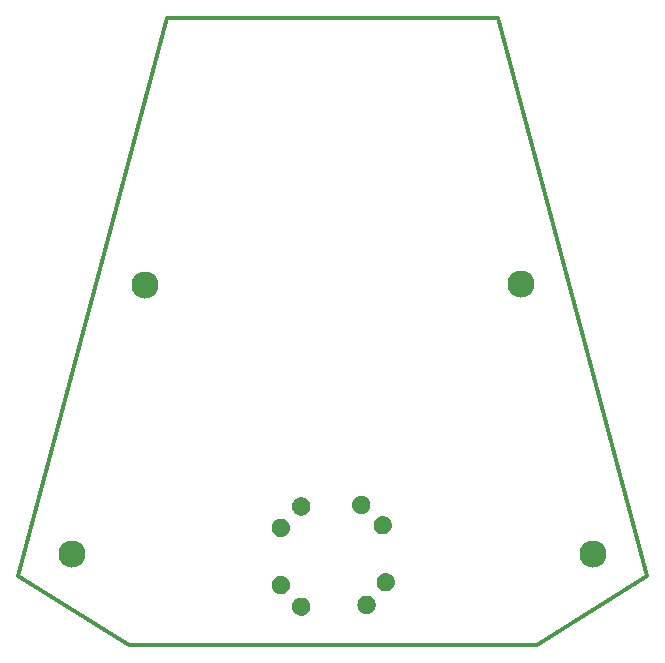
<source format=gbr>
%TF.GenerationSoftware,KiCad,Pcbnew,(6.0.6)*%
%TF.CreationDate,2022-07-10T10:04:06+09:00*%
%TF.ProjectId,nowt_promicro_plate_C,6e6f7774-5f70-4726-9f6d-6963726f5f70,rev?*%
%TF.SameCoordinates,Original*%
%TF.FileFunction,Soldermask,Top*%
%TF.FilePolarity,Negative*%
%FSLAX46Y46*%
G04 Gerber Fmt 4.6, Leading zero omitted, Abs format (unit mm)*
G04 Created by KiCad (PCBNEW (6.0.6)) date 2022-07-10 10:04:06*
%MOMM*%
%LPD*%
G01*
G04 APERTURE LIST*
%TA.AperFunction,Profile*%
%ADD10C,0.349999*%
%TD*%
%ADD11C,1.200000*%
%ADD12C,2.300000*%
G04 APERTURE END LIST*
D10*
X46110529Y-61985703D02*
X46110529Y-61985703D01*
X46110529Y-61985703D02*
X46110529Y-61985703D01*
X46109748Y-62016579D02*
X46110529Y-61985703D01*
X46107431Y-62047049D02*
X46109748Y-62016579D01*
X46103616Y-62077076D02*
X46107431Y-62047049D01*
X46098339Y-62106623D02*
X46103616Y-62077076D01*
X46091639Y-62135651D02*
X46098339Y-62106623D01*
X46083554Y-62164123D02*
X46091639Y-62135651D01*
X46074121Y-62192002D02*
X46083554Y-62164123D01*
X46063378Y-62219249D02*
X46074121Y-62192002D01*
X46051363Y-62245826D02*
X46063378Y-62219249D01*
X46038113Y-62271697D02*
X46051363Y-62245826D01*
X46023665Y-62296823D02*
X46038113Y-62271697D01*
X46008059Y-62321167D02*
X46023665Y-62296823D01*
X45991331Y-62344691D02*
X46008059Y-62321167D01*
X45973519Y-62367357D02*
X45991331Y-62344691D01*
X45954661Y-62389128D02*
X45973519Y-62367357D01*
X45934794Y-62409965D02*
X45954661Y-62389128D01*
X45913956Y-62429832D02*
X45934794Y-62409965D01*
X45892186Y-62448690D02*
X45913956Y-62429832D01*
X45869520Y-62466502D02*
X45892186Y-62448690D01*
X45845996Y-62483231D02*
X45869520Y-62466502D01*
X45821652Y-62498837D02*
X45845996Y-62483231D01*
X45796526Y-62513285D02*
X45821652Y-62498837D01*
X45770655Y-62526535D02*
X45796526Y-62513285D01*
X45744077Y-62538550D02*
X45770655Y-62526535D01*
X45716831Y-62549294D02*
X45744077Y-62538550D01*
X45688952Y-62558727D02*
X45716831Y-62549294D01*
X45660480Y-62566812D02*
X45688952Y-62558727D01*
X45631451Y-62573512D02*
X45660480Y-62566812D01*
X45601905Y-62578788D02*
X45631451Y-62573512D01*
X45571877Y-62582604D02*
X45601905Y-62578788D01*
X45541406Y-62584921D02*
X45571877Y-62582604D01*
X45510530Y-62585702D02*
X45541406Y-62584921D01*
X45510530Y-62585702D02*
X45510530Y-62585702D01*
X45479654Y-62584921D02*
X45510530Y-62585702D01*
X45449184Y-62582604D02*
X45479654Y-62584921D01*
X45419156Y-62578788D02*
X45449184Y-62582604D01*
X45389609Y-62573512D02*
X45419156Y-62578788D01*
X45360581Y-62566812D02*
X45389609Y-62573512D01*
X45332109Y-62558727D02*
X45360581Y-62566812D01*
X45304230Y-62549294D02*
X45332109Y-62558727D01*
X45276983Y-62538550D02*
X45304230Y-62549294D01*
X45250406Y-62526535D02*
X45276983Y-62538550D01*
X45224535Y-62513285D02*
X45250406Y-62526535D01*
X45199409Y-62498837D02*
X45224535Y-62513285D01*
X45175065Y-62483231D02*
X45199409Y-62498837D01*
X45151541Y-62466502D02*
X45175065Y-62483231D01*
X45128875Y-62448690D02*
X45151541Y-62466502D01*
X45107104Y-62429832D02*
X45128875Y-62448690D01*
X45086267Y-62409965D02*
X45107104Y-62429832D01*
X45066400Y-62389128D02*
X45086267Y-62409965D01*
X45047542Y-62367357D02*
X45066400Y-62389128D01*
X45029730Y-62344691D02*
X45047542Y-62367357D01*
X45013002Y-62321167D02*
X45029730Y-62344691D01*
X44997395Y-62296823D02*
X45013002Y-62321167D01*
X44982948Y-62271697D02*
X44997395Y-62296823D01*
X44969698Y-62245826D02*
X44982948Y-62271697D01*
X44957683Y-62219249D02*
X44969698Y-62245826D01*
X44946940Y-62192002D02*
X44957683Y-62219249D01*
X44937507Y-62164123D02*
X44946940Y-62192002D01*
X44929421Y-62135651D02*
X44937507Y-62164123D01*
X44922722Y-62106623D02*
X44929421Y-62135651D01*
X44917445Y-62077076D02*
X44922722Y-62106623D01*
X44913630Y-62047049D02*
X44917445Y-62077076D01*
X44911313Y-62016579D02*
X44913630Y-62047049D01*
X44910532Y-61985703D02*
X44911313Y-62016579D01*
X44910532Y-61985703D02*
X44910532Y-61985703D01*
X44911313Y-61954828D02*
X44910532Y-61985703D01*
X44913630Y-61924357D02*
X44911313Y-61954828D01*
X44917445Y-61894330D02*
X44913630Y-61924357D01*
X44922722Y-61864783D02*
X44917445Y-61894330D01*
X44929421Y-61835755D02*
X44922722Y-61864783D01*
X44937507Y-61807283D02*
X44929421Y-61835755D01*
X44946940Y-61779405D02*
X44937507Y-61807283D01*
X44957683Y-61752158D02*
X44946940Y-61779405D01*
X44969698Y-61725580D02*
X44957683Y-61752158D01*
X44982948Y-61699709D02*
X44969698Y-61725580D01*
X44997395Y-61674583D02*
X44982948Y-61699709D01*
X45013002Y-61650239D02*
X44997395Y-61674583D01*
X45029730Y-61626716D02*
X45013002Y-61650239D01*
X45047542Y-61604049D02*
X45029730Y-61626716D01*
X45066400Y-61582279D02*
X45047542Y-61604049D01*
X45086267Y-61561441D02*
X45066400Y-61582279D01*
X45107104Y-61541574D02*
X45086267Y-61561441D01*
X45128875Y-61522716D02*
X45107104Y-61541574D01*
X45151541Y-61504904D02*
X45128875Y-61522716D01*
X45175065Y-61488176D02*
X45151541Y-61504904D01*
X45199409Y-61472569D02*
X45175065Y-61488176D01*
X45224535Y-61458122D02*
X45199409Y-61472569D01*
X45250406Y-61444871D02*
X45224535Y-61458122D01*
X45276983Y-61432856D02*
X45250406Y-61444871D01*
X45304230Y-61422113D02*
X45276983Y-61432856D01*
X45332109Y-61412680D02*
X45304230Y-61422113D01*
X45360581Y-61404594D02*
X45332109Y-61412680D01*
X45389609Y-61397895D02*
X45360581Y-61404594D01*
X45419156Y-61392618D02*
X45389609Y-61397895D01*
X45449184Y-61388802D02*
X45419156Y-61392618D01*
X45479654Y-61386485D02*
X45449184Y-61388802D01*
X45510530Y-61385705D02*
X45479654Y-61386485D01*
X45510530Y-61385705D02*
X45510530Y-61385705D01*
X45541406Y-61386485D02*
X45510530Y-61385705D01*
X45571877Y-61388802D02*
X45541406Y-61386485D01*
X45601905Y-61392618D02*
X45571877Y-61388802D01*
X45631451Y-61397895D02*
X45601905Y-61392618D01*
X45660480Y-61404594D02*
X45631451Y-61397895D01*
X45688952Y-61412680D02*
X45660480Y-61404594D01*
X45716831Y-61422113D02*
X45688952Y-61412680D01*
X45744077Y-61432856D02*
X45716831Y-61422113D01*
X45770655Y-61444871D02*
X45744077Y-61432856D01*
X45796526Y-61458122D02*
X45770655Y-61444871D01*
X45821652Y-61472569D02*
X45796526Y-61458122D01*
X45845996Y-61488176D02*
X45821652Y-61472569D01*
X45869520Y-61504904D02*
X45845996Y-61488176D01*
X45892186Y-61522716D02*
X45869520Y-61504904D01*
X45913956Y-61541574D02*
X45892186Y-61522716D01*
X45934794Y-61561441D02*
X45913956Y-61541574D01*
X45954661Y-61582279D02*
X45934794Y-61561441D01*
X45973519Y-61604049D02*
X45954661Y-61582279D01*
X45991331Y-61626716D02*
X45973519Y-61604049D01*
X46008059Y-61650239D02*
X45991331Y-61626716D01*
X46023665Y-61674583D02*
X46008059Y-61650239D01*
X46038113Y-61699709D02*
X46023665Y-61674583D01*
X46051363Y-61725580D02*
X46038113Y-61699709D01*
X46063378Y-61752158D02*
X46051363Y-61725580D01*
X46074121Y-61779405D02*
X46063378Y-61752158D01*
X46083554Y-61807283D02*
X46074121Y-61779405D01*
X46091639Y-61835755D02*
X46083554Y-61807283D01*
X46098339Y-61864783D02*
X46091639Y-61835755D01*
X46103616Y-61894330D02*
X46098339Y-61864783D01*
X46107431Y-61924357D02*
X46103616Y-61894330D01*
X46109748Y-61954828D02*
X46107431Y-61924357D01*
X46110529Y-61985703D02*
X46109748Y-61954828D01*
X44042898Y-55428986D02*
X44042898Y-55428986D01*
X44042898Y-55428986D02*
X44042898Y-55428986D01*
X44042117Y-55459862D02*
X44042898Y-55428986D01*
X44039800Y-55490332D02*
X44042117Y-55459862D01*
X44035985Y-55520359D02*
X44039800Y-55490332D01*
X44030708Y-55549906D02*
X44035985Y-55520359D01*
X44024009Y-55578934D02*
X44030708Y-55549906D01*
X44015923Y-55607406D02*
X44024009Y-55578934D01*
X44006491Y-55635285D02*
X44015923Y-55607406D01*
X43995747Y-55662532D02*
X44006491Y-55635285D01*
X43983732Y-55689109D02*
X43995747Y-55662532D01*
X43970482Y-55714980D02*
X43983732Y-55689109D01*
X43956035Y-55740106D02*
X43970482Y-55714980D01*
X43940428Y-55764450D02*
X43956035Y-55740106D01*
X43923700Y-55787974D02*
X43940428Y-55764450D01*
X43905888Y-55810640D02*
X43923700Y-55787974D01*
X43887030Y-55832411D02*
X43905888Y-55810640D01*
X43867163Y-55853248D02*
X43887030Y-55832411D01*
X43846326Y-55873115D02*
X43867163Y-55853248D01*
X43824555Y-55891973D02*
X43846326Y-55873115D01*
X43801889Y-55909786D02*
X43824555Y-55891973D01*
X43778365Y-55926514D02*
X43801889Y-55909786D01*
X43754021Y-55942120D02*
X43778365Y-55926514D01*
X43728895Y-55956568D02*
X43754021Y-55942120D01*
X43703024Y-55969818D02*
X43728895Y-55956568D01*
X43676447Y-55981833D02*
X43703024Y-55969818D01*
X43649200Y-55992577D02*
X43676447Y-55981833D01*
X43621321Y-56002010D02*
X43649200Y-55992577D01*
X43592849Y-56010095D02*
X43621321Y-56002010D01*
X43563821Y-56016795D02*
X43592849Y-56010095D01*
X43534274Y-56022071D02*
X43563821Y-56016795D01*
X43504246Y-56025887D02*
X43534274Y-56022071D01*
X43473776Y-56028204D02*
X43504246Y-56025887D01*
X43442900Y-56028985D02*
X43473776Y-56028204D01*
X43442900Y-56028985D02*
X43442900Y-56028985D01*
X43412024Y-56028204D02*
X43442900Y-56028985D01*
X43381553Y-56025887D02*
X43412024Y-56028204D01*
X43351525Y-56022071D02*
X43381553Y-56025887D01*
X43321979Y-56016795D02*
X43351525Y-56022071D01*
X43292950Y-56010095D02*
X43321979Y-56016795D01*
X43264478Y-56002010D02*
X43292950Y-56010095D01*
X43236599Y-55992577D02*
X43264478Y-56002010D01*
X43209352Y-55981833D02*
X43236599Y-55992577D01*
X43182775Y-55969818D02*
X43209352Y-55981833D01*
X43156904Y-55956568D02*
X43182775Y-55969818D01*
X43131778Y-55942120D02*
X43156904Y-55956568D01*
X43107434Y-55926514D02*
X43131778Y-55942120D01*
X43083910Y-55909786D02*
X43107434Y-55926514D01*
X43061244Y-55891973D02*
X43083910Y-55909786D01*
X43039473Y-55873115D02*
X43061244Y-55891973D01*
X43018635Y-55853248D02*
X43039473Y-55873115D01*
X42998768Y-55832411D02*
X43018635Y-55853248D01*
X42979910Y-55810640D02*
X42998768Y-55832411D01*
X42962098Y-55787974D02*
X42979910Y-55810640D01*
X42945370Y-55764450D02*
X42962098Y-55787974D01*
X42929763Y-55740106D02*
X42945370Y-55764450D01*
X42915316Y-55714980D02*
X42929763Y-55740106D01*
X42902066Y-55689109D02*
X42915316Y-55714980D01*
X42890050Y-55662532D02*
X42902066Y-55689109D01*
X42879307Y-55635285D02*
X42890050Y-55662532D01*
X42869874Y-55607406D02*
X42879307Y-55635285D01*
X42861789Y-55578934D02*
X42869874Y-55607406D01*
X42855089Y-55549906D02*
X42861789Y-55578934D01*
X42849813Y-55520359D02*
X42855089Y-55549906D01*
X42845997Y-55490332D02*
X42849813Y-55520359D01*
X42843680Y-55459862D02*
X42845997Y-55490332D01*
X42842899Y-55428986D02*
X42843680Y-55459862D01*
X42842899Y-55428986D02*
X42842899Y-55428986D01*
X42843680Y-55398111D02*
X42842899Y-55428986D01*
X42845997Y-55367640D02*
X42843680Y-55398111D01*
X42849813Y-55337613D02*
X42845997Y-55367640D01*
X42855089Y-55308066D02*
X42849813Y-55337613D01*
X42861789Y-55279038D02*
X42855089Y-55308066D01*
X42869874Y-55250566D02*
X42861789Y-55279038D01*
X42879307Y-55222688D02*
X42869874Y-55250566D01*
X42890050Y-55195441D02*
X42879307Y-55222688D01*
X42902066Y-55168863D02*
X42890050Y-55195441D01*
X42915316Y-55142992D02*
X42902066Y-55168863D01*
X42929763Y-55117866D02*
X42915316Y-55142992D01*
X42945370Y-55093522D02*
X42929763Y-55117866D01*
X42962098Y-55069999D02*
X42945370Y-55093522D01*
X42979910Y-55047333D02*
X42962098Y-55069999D01*
X42998768Y-55025562D02*
X42979910Y-55047333D01*
X43018635Y-55004724D02*
X42998768Y-55025562D01*
X43039473Y-54984857D02*
X43018635Y-55004724D01*
X43061244Y-54965999D02*
X43039473Y-54984857D01*
X43083910Y-54948187D02*
X43061244Y-54965999D01*
X43107434Y-54931459D02*
X43083910Y-54948187D01*
X43131778Y-54915852D02*
X43107434Y-54931459D01*
X43156904Y-54901405D02*
X43131778Y-54915852D01*
X43182775Y-54888155D02*
X43156904Y-54901405D01*
X43209352Y-54876139D02*
X43182775Y-54888155D01*
X43236599Y-54865396D02*
X43209352Y-54876139D01*
X43264478Y-54855963D02*
X43236599Y-54865396D01*
X43292950Y-54847877D02*
X43264478Y-54855963D01*
X43321979Y-54841178D02*
X43292950Y-54847877D01*
X43351525Y-54835901D02*
X43321979Y-54841178D01*
X43381553Y-54832085D02*
X43351525Y-54835901D01*
X43412024Y-54829768D02*
X43381553Y-54832085D01*
X43442900Y-54828988D02*
X43412024Y-54829768D01*
X43442900Y-54828988D02*
X43442900Y-54828988D01*
X43473776Y-54829768D02*
X43442900Y-54828988D01*
X43504246Y-54832085D02*
X43473776Y-54829768D01*
X43534274Y-54835901D02*
X43504246Y-54832085D01*
X43563821Y-54841178D02*
X43534274Y-54835901D01*
X43592849Y-54847877D02*
X43563821Y-54841178D01*
X43621321Y-54855963D02*
X43592849Y-54847877D01*
X43649200Y-54865396D02*
X43621321Y-54855963D01*
X43676447Y-54876139D02*
X43649200Y-54865396D01*
X43703024Y-54888155D02*
X43676447Y-54876139D01*
X43728895Y-54901405D02*
X43703024Y-54888155D01*
X43754021Y-54915852D02*
X43728895Y-54901405D01*
X43778365Y-54931459D02*
X43754021Y-54915852D01*
X43801889Y-54948187D02*
X43778365Y-54931459D01*
X43824555Y-54965999D02*
X43801889Y-54948187D01*
X43846326Y-54984857D02*
X43824555Y-54965999D01*
X43867163Y-55004724D02*
X43846326Y-54984857D01*
X43887030Y-55025562D02*
X43867163Y-55004724D01*
X43905888Y-55047333D02*
X43887030Y-55025562D01*
X43923700Y-55069999D02*
X43905888Y-55047333D01*
X43940428Y-55093522D02*
X43923700Y-55069999D01*
X43956035Y-55117866D02*
X43940428Y-55093522D01*
X43970482Y-55142992D02*
X43956035Y-55117866D01*
X43983732Y-55168863D02*
X43970482Y-55142992D01*
X43995747Y-55195441D02*
X43983732Y-55168863D01*
X44006491Y-55222688D02*
X43995747Y-55195441D01*
X44015923Y-55250566D02*
X44006491Y-55222688D01*
X44024009Y-55279038D02*
X44015923Y-55250566D01*
X44030708Y-55308066D02*
X44024009Y-55279038D01*
X44035985Y-55337613D02*
X44030708Y-55308066D01*
X44039800Y-55367640D02*
X44035985Y-55337613D01*
X44042117Y-55398111D02*
X44039800Y-55367640D01*
X44042898Y-55428986D02*
X44042117Y-55398111D01*
X44489979Y-63889329D02*
X44489979Y-63889329D01*
X44489979Y-63889329D02*
X44489979Y-63889329D01*
X44489198Y-63920204D02*
X44489979Y-63889329D01*
X44486881Y-63950675D02*
X44489198Y-63920204D01*
X44483065Y-63980702D02*
X44486881Y-63950675D01*
X44477789Y-64010249D02*
X44483065Y-63980702D01*
X44471089Y-64039277D02*
X44477789Y-64010249D01*
X44463004Y-64067749D02*
X44471089Y-64039277D01*
X44453571Y-64095627D02*
X44463004Y-64067749D01*
X44442828Y-64122874D02*
X44453571Y-64095627D01*
X44430812Y-64149452D02*
X44442828Y-64122874D01*
X44417562Y-64175322D02*
X44430812Y-64149452D01*
X44403115Y-64200449D02*
X44417562Y-64175322D01*
X44387508Y-64224792D02*
X44403115Y-64200449D01*
X44370780Y-64248316D02*
X44387508Y-64224792D01*
X44352968Y-64270982D02*
X44370780Y-64248316D01*
X44334110Y-64292753D02*
X44352968Y-64270982D01*
X44314243Y-64313591D02*
X44334110Y-64292753D01*
X44293405Y-64333457D02*
X44314243Y-64313591D01*
X44271634Y-64352316D02*
X44293405Y-64333457D01*
X44248968Y-64370128D02*
X44271634Y-64352316D01*
X44225444Y-64386856D02*
X44248968Y-64370128D01*
X44201100Y-64402463D02*
X44225444Y-64386856D01*
X44175974Y-64416910D02*
X44201100Y-64402463D01*
X44150103Y-64430160D02*
X44175974Y-64416910D01*
X44123526Y-64442176D02*
X44150103Y-64430160D01*
X44096279Y-64452919D02*
X44123526Y-64442176D01*
X44068400Y-64462352D02*
X44096279Y-64452919D01*
X44039928Y-64470437D02*
X44068400Y-64462352D01*
X44010899Y-64477137D02*
X44039928Y-64470437D01*
X43981353Y-64482414D02*
X44010899Y-64477137D01*
X43951325Y-64486229D02*
X43981353Y-64482414D01*
X43920854Y-64488546D02*
X43951325Y-64486229D01*
X43889978Y-64489327D02*
X43920854Y-64488546D01*
X43889978Y-64489327D02*
X43889978Y-64489327D01*
X43859102Y-64488546D02*
X43889978Y-64489327D01*
X43828632Y-64486229D02*
X43859102Y-64488546D01*
X43798604Y-64482414D02*
X43828632Y-64486229D01*
X43769057Y-64477137D02*
X43798604Y-64482414D01*
X43740029Y-64470437D02*
X43769057Y-64477137D01*
X43711557Y-64462352D02*
X43740029Y-64470437D01*
X43683678Y-64452919D02*
X43711557Y-64462352D01*
X43656431Y-64442176D02*
X43683678Y-64452919D01*
X43629853Y-64430160D02*
X43656431Y-64442176D01*
X43603982Y-64416910D02*
X43629853Y-64430160D01*
X43578856Y-64402463D02*
X43603982Y-64416910D01*
X43554512Y-64386856D02*
X43578856Y-64402463D01*
X43530988Y-64370128D02*
X43554512Y-64386856D01*
X43508322Y-64352316D02*
X43530988Y-64370128D01*
X43486552Y-64333457D02*
X43508322Y-64352316D01*
X43465714Y-64313591D02*
X43486552Y-64333457D01*
X43445847Y-64292753D02*
X43465714Y-64313591D01*
X43426989Y-64270982D02*
X43445847Y-64292753D01*
X43409177Y-64248316D02*
X43426989Y-64270982D01*
X43392449Y-64224792D02*
X43409177Y-64248316D01*
X43376842Y-64200449D02*
X43392449Y-64224792D01*
X43362395Y-64175322D02*
X43376842Y-64200449D01*
X43349144Y-64149452D02*
X43362395Y-64175322D01*
X43337129Y-64122874D02*
X43349144Y-64149452D01*
X43326386Y-64095627D02*
X43337129Y-64122874D01*
X43316953Y-64067749D02*
X43326386Y-64095627D01*
X43308868Y-64039277D02*
X43316953Y-64067749D01*
X43302168Y-64010249D02*
X43308868Y-64039277D01*
X43296891Y-63980702D02*
X43302168Y-64010249D01*
X43293076Y-63950675D02*
X43296891Y-63980702D01*
X43290759Y-63920204D02*
X43293076Y-63950675D01*
X43289978Y-63889329D02*
X43290759Y-63920204D01*
X43289978Y-63889329D02*
X43289978Y-63889329D01*
X43290759Y-63858453D02*
X43289978Y-63889329D01*
X43293076Y-63827983D02*
X43290759Y-63858453D01*
X43296891Y-63797955D02*
X43293076Y-63827983D01*
X43302168Y-63768409D02*
X43296891Y-63797955D01*
X43308868Y-63739380D02*
X43302168Y-63768409D01*
X43316953Y-63710908D02*
X43308868Y-63739380D01*
X43326386Y-63683030D02*
X43316953Y-63710908D01*
X43337129Y-63655783D02*
X43326386Y-63683030D01*
X43349144Y-63629206D02*
X43337129Y-63655783D01*
X43362395Y-63603335D02*
X43349144Y-63629206D01*
X43376842Y-63578209D02*
X43362395Y-63603335D01*
X43392449Y-63553865D02*
X43376842Y-63578209D01*
X43409177Y-63530341D02*
X43392449Y-63553865D01*
X43426989Y-63507675D02*
X43409177Y-63530341D01*
X43445847Y-63485904D02*
X43426989Y-63507675D01*
X43465714Y-63465067D02*
X43445847Y-63485904D01*
X43486552Y-63445200D02*
X43465714Y-63465067D01*
X43508322Y-63426341D02*
X43486552Y-63445200D01*
X43530988Y-63408529D02*
X43508322Y-63426341D01*
X43554512Y-63391801D02*
X43530988Y-63408529D01*
X43578856Y-63376195D02*
X43554512Y-63391801D01*
X43603982Y-63361747D02*
X43578856Y-63376195D01*
X43629853Y-63348497D02*
X43603982Y-63361747D01*
X43656431Y-63336481D02*
X43629853Y-63348497D01*
X43683678Y-63325738D02*
X43656431Y-63336481D01*
X43711557Y-63316305D02*
X43683678Y-63325738D01*
X43740029Y-63308220D02*
X43711557Y-63316305D01*
X43769057Y-63301520D02*
X43740029Y-63308220D01*
X43798604Y-63296244D02*
X43769057Y-63301520D01*
X43828632Y-63292428D02*
X43798604Y-63296244D01*
X43859102Y-63290111D02*
X43828632Y-63292428D01*
X43889978Y-63289330D02*
X43859102Y-63290111D01*
X43889978Y-63289330D02*
X43889978Y-63289330D01*
X43920854Y-63290111D02*
X43889978Y-63289330D01*
X43951325Y-63292428D02*
X43920854Y-63290111D01*
X43981353Y-63296244D02*
X43951325Y-63292428D01*
X44010899Y-63301520D02*
X43981353Y-63296244D01*
X44039928Y-63308220D02*
X44010899Y-63301520D01*
X44068400Y-63316305D02*
X44039928Y-63308220D01*
X44096279Y-63325738D02*
X44068400Y-63316305D01*
X44123526Y-63336481D02*
X44096279Y-63325738D01*
X44150103Y-63348497D02*
X44123526Y-63336481D01*
X44175974Y-63361747D02*
X44150103Y-63348497D01*
X44201100Y-63376195D02*
X44175974Y-63361747D01*
X44225444Y-63391801D02*
X44201100Y-63376195D01*
X44248968Y-63408529D02*
X44225444Y-63391801D01*
X44271634Y-63426341D02*
X44248968Y-63408529D01*
X44293405Y-63445200D02*
X44271634Y-63426341D01*
X44314243Y-63465067D02*
X44293405Y-63445200D01*
X44334110Y-63485904D02*
X44314243Y-63465067D01*
X44352968Y-63507675D02*
X44334110Y-63485904D01*
X44370780Y-63530341D02*
X44352968Y-63507675D01*
X44387508Y-63553865D02*
X44370780Y-63530341D01*
X44403115Y-63578209D02*
X44387508Y-63553865D01*
X44417562Y-63603335D02*
X44403115Y-63578209D01*
X44430812Y-63629206D02*
X44417562Y-63603335D01*
X44442828Y-63655783D02*
X44430812Y-63629206D01*
X44453571Y-63683030D02*
X44442828Y-63655783D01*
X44463004Y-63710908D02*
X44453571Y-63683030D01*
X44471089Y-63739380D02*
X44463004Y-63710908D01*
X44477789Y-63768409D02*
X44471089Y-63739380D01*
X44483065Y-63797955D02*
X44477789Y-63768409D01*
X44486881Y-63827983D02*
X44483065Y-63797955D01*
X44489198Y-63858453D02*
X44486881Y-63827983D01*
X44489979Y-63889329D02*
X44489198Y-63858453D01*
X45855059Y-57151215D02*
X45855059Y-57151215D01*
X45855059Y-57151215D02*
X45855059Y-57151215D01*
X45854278Y-57182091D02*
X45855059Y-57151215D01*
X45851961Y-57212561D02*
X45854278Y-57182091D01*
X45848145Y-57242588D02*
X45851961Y-57212561D01*
X45842869Y-57272135D02*
X45848145Y-57242588D01*
X45836169Y-57301163D02*
X45842869Y-57272135D01*
X45828084Y-57329635D02*
X45836169Y-57301163D01*
X45818651Y-57357514D02*
X45828084Y-57329635D01*
X45807907Y-57384761D02*
X45818651Y-57357514D01*
X45795892Y-57411338D02*
X45807907Y-57384761D01*
X45782641Y-57437209D02*
X45795892Y-57411338D01*
X45768194Y-57462335D02*
X45782641Y-57437209D01*
X45752587Y-57486679D02*
X45768194Y-57462335D01*
X45735859Y-57510203D02*
X45752587Y-57486679D01*
X45718047Y-57532869D02*
X45735859Y-57510203D01*
X45699189Y-57554640D02*
X45718047Y-57532869D01*
X45679322Y-57575477D02*
X45699189Y-57554640D01*
X45658484Y-57595344D02*
X45679322Y-57575477D01*
X45636713Y-57614202D02*
X45658484Y-57595344D01*
X45614047Y-57632015D02*
X45636713Y-57614202D01*
X45590523Y-57648743D02*
X45614047Y-57632015D01*
X45566179Y-57664349D02*
X45590523Y-57648743D01*
X45541053Y-57678797D02*
X45566179Y-57664349D01*
X45515182Y-57692047D02*
X45541053Y-57678797D01*
X45488604Y-57704062D02*
X45515182Y-57692047D01*
X45461357Y-57714806D02*
X45488604Y-57704062D01*
X45433478Y-57724239D02*
X45461357Y-57714806D01*
X45405006Y-57732324D02*
X45433478Y-57724239D01*
X45375977Y-57739024D02*
X45405006Y-57732324D01*
X45346431Y-57744300D02*
X45375977Y-57739024D01*
X45316403Y-57748116D02*
X45346431Y-57744300D01*
X45285932Y-57750433D02*
X45316403Y-57748116D01*
X45255056Y-57751214D02*
X45285932Y-57750433D01*
X45255056Y-57751214D02*
X45255056Y-57751214D01*
X45224181Y-57750433D02*
X45255056Y-57751214D01*
X45193710Y-57748116D02*
X45224181Y-57750433D01*
X45163683Y-57744300D02*
X45193710Y-57748116D01*
X45134136Y-57739024D02*
X45163683Y-57744300D01*
X45105108Y-57732324D02*
X45134136Y-57739024D01*
X45076635Y-57724239D02*
X45105108Y-57732324D01*
X45048757Y-57714806D02*
X45076635Y-57724239D01*
X45021510Y-57704062D02*
X45048757Y-57714806D01*
X44994932Y-57692047D02*
X45021510Y-57704062D01*
X44969062Y-57678797D02*
X44994932Y-57692047D01*
X44943936Y-57664349D02*
X44969062Y-57678797D01*
X44919592Y-57648743D02*
X44943936Y-57664349D01*
X44896068Y-57632015D02*
X44919592Y-57648743D01*
X44873402Y-57614202D02*
X44896068Y-57632015D01*
X44851631Y-57595344D02*
X44873402Y-57614202D01*
X44830794Y-57575477D02*
X44851631Y-57595344D01*
X44810927Y-57554640D02*
X44830794Y-57575477D01*
X44792069Y-57532869D02*
X44810927Y-57554640D01*
X44774256Y-57510203D02*
X44792069Y-57532869D01*
X44757528Y-57486679D02*
X44774256Y-57510203D01*
X44741922Y-57462335D02*
X44757528Y-57486679D01*
X44727475Y-57437209D02*
X44741922Y-57462335D01*
X44714224Y-57411338D02*
X44727475Y-57437209D01*
X44702209Y-57384761D02*
X44714224Y-57411338D01*
X44691466Y-57357514D02*
X44702209Y-57384761D01*
X44682033Y-57329635D02*
X44691466Y-57357514D01*
X44673947Y-57301163D02*
X44682033Y-57329635D01*
X44667248Y-57272135D02*
X44673947Y-57301163D01*
X44661971Y-57242588D02*
X44667248Y-57272135D01*
X44658156Y-57212561D02*
X44661971Y-57242588D01*
X44655839Y-57182091D02*
X44658156Y-57212561D01*
X44655058Y-57151215D02*
X44655839Y-57182091D01*
X44655058Y-57151215D02*
X44655058Y-57151215D01*
X44655839Y-57120340D02*
X44655058Y-57151215D01*
X44658156Y-57089869D02*
X44655839Y-57120340D01*
X44661971Y-57059842D02*
X44658156Y-57089869D01*
X44667248Y-57030295D02*
X44661971Y-57059842D01*
X44673947Y-57001267D02*
X44667248Y-57030295D01*
X44682033Y-56972795D02*
X44673947Y-57001267D01*
X44691466Y-56944917D02*
X44682033Y-56972795D01*
X44702209Y-56917670D02*
X44691466Y-56944917D01*
X44714224Y-56891092D02*
X44702209Y-56917670D01*
X44727475Y-56865221D02*
X44714224Y-56891092D01*
X44741922Y-56840095D02*
X44727475Y-56865221D01*
X44757528Y-56815751D02*
X44741922Y-56840095D01*
X44774256Y-56792228D02*
X44757528Y-56815751D01*
X44792069Y-56769562D02*
X44774256Y-56792228D01*
X44810927Y-56747791D02*
X44792069Y-56769562D01*
X44830794Y-56726953D02*
X44810927Y-56747791D01*
X44851631Y-56707086D02*
X44830794Y-56726953D01*
X44873402Y-56688228D02*
X44851631Y-56707086D01*
X44896068Y-56670416D02*
X44873402Y-56688228D01*
X44919592Y-56653688D02*
X44896068Y-56670416D01*
X44943936Y-56638081D02*
X44919592Y-56653688D01*
X44969062Y-56623634D02*
X44943936Y-56638081D01*
X44994932Y-56610384D02*
X44969062Y-56623634D01*
X45021510Y-56598368D02*
X44994932Y-56610384D01*
X45048757Y-56587625D02*
X45021510Y-56598368D01*
X45076635Y-56578192D02*
X45048757Y-56587625D01*
X45105108Y-56570106D02*
X45076635Y-56578192D01*
X45134136Y-56563407D02*
X45105108Y-56570106D01*
X45163683Y-56558130D02*
X45134136Y-56563407D01*
X45193710Y-56554315D02*
X45163683Y-56558130D01*
X45224181Y-56551997D02*
X45193710Y-56554315D01*
X45255056Y-56551217D02*
X45224181Y-56551997D01*
X45255056Y-56551217D02*
X45255056Y-56551217D01*
X45285932Y-56551997D02*
X45255056Y-56551217D01*
X45316403Y-56554315D02*
X45285932Y-56551997D01*
X45346431Y-56558130D02*
X45316403Y-56554315D01*
X45375977Y-56563407D02*
X45346431Y-56558130D01*
X45405006Y-56570106D02*
X45375977Y-56563407D01*
X45433478Y-56578192D02*
X45405006Y-56570106D01*
X45461357Y-56587625D02*
X45433478Y-56578192D01*
X45488604Y-56598368D02*
X45461357Y-56587625D01*
X45515182Y-56610384D02*
X45488604Y-56598368D01*
X45541053Y-56623634D02*
X45515182Y-56610384D01*
X45566179Y-56638081D02*
X45541053Y-56623634D01*
X45590523Y-56653688D02*
X45566179Y-56638081D01*
X45614047Y-56670416D02*
X45590523Y-56653688D01*
X45636713Y-56688228D02*
X45614047Y-56670416D01*
X45658484Y-56707086D02*
X45636713Y-56688228D01*
X45679322Y-56726953D02*
X45658484Y-56707086D01*
X45699189Y-56747791D02*
X45679322Y-56726953D01*
X45718047Y-56769562D02*
X45699189Y-56747791D01*
X45735859Y-56792228D02*
X45718047Y-56769562D01*
X45752587Y-56815751D02*
X45735859Y-56792228D01*
X45768194Y-56840095D02*
X45752587Y-56815751D01*
X45782641Y-56865221D02*
X45768194Y-56840095D01*
X45795892Y-56891092D02*
X45782641Y-56865221D01*
X45807907Y-56917670D02*
X45795892Y-56891092D01*
X45818651Y-56944917D02*
X45807907Y-56917670D01*
X45828084Y-56972795D02*
X45818651Y-56944917D01*
X45836169Y-57001267D02*
X45828084Y-56972795D01*
X45842869Y-57030295D02*
X45836169Y-57001267D01*
X45848145Y-57059842D02*
X45842869Y-57030295D01*
X45851961Y-57089869D02*
X45848145Y-57059842D01*
X45854278Y-57120340D02*
X45851961Y-57089869D01*
X45855059Y-57151215D02*
X45854278Y-57120340D01*
X38957640Y-64035409D02*
X38957640Y-64035409D01*
X38957640Y-64035409D02*
X38957640Y-64035409D01*
X38956859Y-64066284D02*
X38957640Y-64035409D01*
X38954542Y-64096755D02*
X38956859Y-64066284D01*
X38950726Y-64126782D02*
X38954542Y-64096755D01*
X38945450Y-64156329D02*
X38950726Y-64126782D01*
X38938750Y-64185357D02*
X38945450Y-64156329D01*
X38930665Y-64213829D02*
X38938750Y-64185357D01*
X38921232Y-64241707D02*
X38930665Y-64213829D01*
X38910489Y-64268954D02*
X38921232Y-64241707D01*
X38898473Y-64295532D02*
X38910489Y-64268954D01*
X38885223Y-64321402D02*
X38898473Y-64295532D01*
X38870776Y-64346529D02*
X38885223Y-64321402D01*
X38855169Y-64370872D02*
X38870776Y-64346529D01*
X38838441Y-64394396D02*
X38855169Y-64370872D01*
X38820629Y-64417062D02*
X38838441Y-64394396D01*
X38801771Y-64438833D02*
X38820629Y-64417062D01*
X38781904Y-64459671D02*
X38801771Y-64438833D01*
X38761066Y-64479538D02*
X38781904Y-64459671D01*
X38739295Y-64498396D02*
X38761066Y-64479538D01*
X38716629Y-64516208D02*
X38739295Y-64498396D01*
X38693105Y-64532936D02*
X38716629Y-64516208D01*
X38668761Y-64548543D02*
X38693105Y-64532936D01*
X38643635Y-64562990D02*
X38668761Y-64548543D01*
X38617764Y-64576240D02*
X38643635Y-64562990D01*
X38591187Y-64588256D02*
X38617764Y-64576240D01*
X38563940Y-64598999D02*
X38591187Y-64588256D01*
X38536061Y-64608432D02*
X38563940Y-64598999D01*
X38507589Y-64616517D02*
X38536061Y-64608432D01*
X38478560Y-64623217D02*
X38507589Y-64616517D01*
X38449013Y-64628494D02*
X38478560Y-64623217D01*
X38418986Y-64632309D02*
X38449013Y-64628494D01*
X38388515Y-64634626D02*
X38418986Y-64632309D01*
X38357639Y-64635407D02*
X38388515Y-64634626D01*
X38357639Y-64635407D02*
X38357639Y-64635407D01*
X38326763Y-64634626D02*
X38357639Y-64635407D01*
X38296293Y-64632309D02*
X38326763Y-64634626D01*
X38266266Y-64628494D02*
X38296293Y-64632309D01*
X38236719Y-64623217D02*
X38266266Y-64628494D01*
X38207690Y-64616517D02*
X38236719Y-64623217D01*
X38179218Y-64608432D02*
X38207690Y-64616517D01*
X38151340Y-64598999D02*
X38179218Y-64608432D01*
X38124093Y-64588256D02*
X38151340Y-64598999D01*
X38097515Y-64576240D02*
X38124093Y-64588256D01*
X38071644Y-64562990D02*
X38097515Y-64576240D01*
X38046518Y-64548543D02*
X38071644Y-64562990D01*
X38022174Y-64532936D02*
X38046518Y-64548543D01*
X37998650Y-64516208D02*
X38022174Y-64532936D01*
X37975984Y-64498396D02*
X37998650Y-64516208D01*
X37954213Y-64479538D02*
X37975984Y-64498396D01*
X37933376Y-64459671D02*
X37954213Y-64479538D01*
X37913509Y-64438833D02*
X37933376Y-64459671D01*
X37894650Y-64417062D02*
X37913509Y-64438833D01*
X37876838Y-64394396D02*
X37894650Y-64417062D01*
X37860110Y-64370872D02*
X37876838Y-64394396D01*
X37844503Y-64346529D02*
X37860110Y-64370872D01*
X37830056Y-64321402D02*
X37844503Y-64346529D01*
X37816806Y-64295532D02*
X37830056Y-64321402D01*
X37804790Y-64268954D02*
X37816806Y-64295532D01*
X37794047Y-64241707D02*
X37804790Y-64268954D01*
X37784614Y-64213829D02*
X37794047Y-64241707D01*
X37776529Y-64185357D02*
X37784614Y-64213829D01*
X37769829Y-64156329D02*
X37776529Y-64185357D01*
X37764552Y-64126782D02*
X37769829Y-64156329D01*
X37760737Y-64096755D02*
X37764552Y-64126782D01*
X37758420Y-64066284D02*
X37760737Y-64096755D01*
X37757639Y-64035409D02*
X37758420Y-64066284D01*
X37757639Y-64035409D02*
X37757639Y-64035409D01*
X37758420Y-64004533D02*
X37757639Y-64035409D01*
X37760737Y-63974063D02*
X37758420Y-64004533D01*
X37764552Y-63944035D02*
X37760737Y-63974063D01*
X37769829Y-63914489D02*
X37764552Y-63944035D01*
X37776529Y-63885461D02*
X37769829Y-63914489D01*
X37784614Y-63856988D02*
X37776529Y-63885461D01*
X37794047Y-63829110D02*
X37784614Y-63856988D01*
X37804790Y-63801863D02*
X37794047Y-63829110D01*
X37816806Y-63775286D02*
X37804790Y-63801863D01*
X37830056Y-63749415D02*
X37816806Y-63775286D01*
X37844503Y-63724289D02*
X37830056Y-63749415D01*
X37860110Y-63699945D02*
X37844503Y-63724289D01*
X37876838Y-63676421D02*
X37860110Y-63699945D01*
X37894650Y-63653755D02*
X37876838Y-63676421D01*
X37913509Y-63631984D02*
X37894650Y-63653755D01*
X37933376Y-63611147D02*
X37913509Y-63631984D01*
X37954213Y-63591280D02*
X37933376Y-63611147D01*
X37975984Y-63572421D02*
X37954213Y-63591280D01*
X37998650Y-63554609D02*
X37975984Y-63572421D01*
X38022174Y-63537881D02*
X37998650Y-63554609D01*
X38046518Y-63522275D02*
X38022174Y-63537881D01*
X38071644Y-63507827D02*
X38046518Y-63522275D01*
X38097515Y-63494577D02*
X38071644Y-63507827D01*
X38124093Y-63482561D02*
X38097515Y-63494577D01*
X38151340Y-63471818D02*
X38124093Y-63482561D01*
X38179218Y-63462385D02*
X38151340Y-63471818D01*
X38207690Y-63454300D02*
X38179218Y-63462385D01*
X38236719Y-63447600D02*
X38207690Y-63454300D01*
X38266266Y-63442324D02*
X38236719Y-63447600D01*
X38296293Y-63438508D02*
X38266266Y-63442324D01*
X38326763Y-63436191D02*
X38296293Y-63438508D01*
X38357639Y-63435410D02*
X38326763Y-63436191D01*
X38357639Y-63435410D02*
X38357639Y-63435410D01*
X38388515Y-63436191D02*
X38357639Y-63435410D01*
X38418986Y-63438508D02*
X38388515Y-63436191D01*
X38449013Y-63442324D02*
X38418986Y-63438508D01*
X38478560Y-63447600D02*
X38449013Y-63442324D01*
X38507589Y-63454300D02*
X38478560Y-63447600D01*
X38536061Y-63462385D02*
X38507589Y-63454300D01*
X38563940Y-63471818D02*
X38536061Y-63462385D01*
X38591187Y-63482561D02*
X38563940Y-63471818D01*
X38617764Y-63494577D02*
X38591187Y-63482561D01*
X38643635Y-63507827D02*
X38617764Y-63494577D01*
X38668761Y-63522275D02*
X38643635Y-63507827D01*
X38693105Y-63537881D02*
X38668761Y-63522275D01*
X38716629Y-63554609D02*
X38693105Y-63537881D01*
X38739295Y-63572421D02*
X38716629Y-63554609D01*
X38761066Y-63591280D02*
X38739295Y-63572421D01*
X38781904Y-63611147D02*
X38761066Y-63591280D01*
X38801771Y-63631984D02*
X38781904Y-63611147D01*
X38820629Y-63653755D02*
X38801771Y-63631984D01*
X38838441Y-63676421D02*
X38820629Y-63653755D01*
X38855169Y-63699945D02*
X38838441Y-63676421D01*
X38870776Y-63724289D02*
X38855169Y-63699945D01*
X38885223Y-63749415D02*
X38870776Y-63724289D01*
X38898473Y-63775286D02*
X38885223Y-63749415D01*
X38910489Y-63801863D02*
X38898473Y-63775286D01*
X38921232Y-63829110D02*
X38910489Y-63801863D01*
X38930665Y-63856988D02*
X38921232Y-63829110D01*
X38938750Y-63885461D02*
X38930665Y-63856988D01*
X38945450Y-63914489D02*
X38938750Y-63885461D01*
X38950726Y-63944035D02*
X38945450Y-63914489D01*
X38954542Y-63974063D02*
X38950726Y-63944035D01*
X38956859Y-64004533D02*
X38954542Y-63974063D01*
X38957640Y-64035409D02*
X38956859Y-64004533D01*
X37238890Y-62219948D02*
X37238890Y-62219948D01*
X37238890Y-62219948D02*
X37238890Y-62219948D01*
X37238109Y-62250824D02*
X37238890Y-62219948D01*
X37235792Y-62281294D02*
X37238109Y-62250824D01*
X37231976Y-62311322D02*
X37235792Y-62281294D01*
X37226700Y-62340868D02*
X37231976Y-62311322D01*
X37220000Y-62369897D02*
X37226700Y-62340868D01*
X37211915Y-62398369D02*
X37220000Y-62369897D01*
X37202482Y-62426247D02*
X37211915Y-62398369D01*
X37191739Y-62453494D02*
X37202482Y-62426247D01*
X37179723Y-62480071D02*
X37191739Y-62453494D01*
X37166473Y-62505942D02*
X37179723Y-62480071D01*
X37152026Y-62531068D02*
X37166473Y-62505942D01*
X37136419Y-62555412D02*
X37152026Y-62531068D01*
X37119691Y-62578936D02*
X37136419Y-62555412D01*
X37101879Y-62601602D02*
X37119691Y-62578936D01*
X37083021Y-62623373D02*
X37101879Y-62601602D01*
X37063154Y-62644210D02*
X37083021Y-62623373D01*
X37042316Y-62664077D02*
X37063154Y-62644210D01*
X37020545Y-62682936D02*
X37042316Y-62664077D01*
X36997879Y-62700748D02*
X37020545Y-62682936D01*
X36974355Y-62717476D02*
X36997879Y-62700748D01*
X36950011Y-62733083D02*
X36974355Y-62717476D01*
X36924885Y-62747530D02*
X36950011Y-62733083D01*
X36899014Y-62760780D02*
X36924885Y-62747530D01*
X36872437Y-62772796D02*
X36899014Y-62760780D01*
X36845190Y-62783539D02*
X36872437Y-62772796D01*
X36817311Y-62792972D02*
X36845190Y-62783539D01*
X36788839Y-62801057D02*
X36817311Y-62792972D01*
X36759810Y-62807757D02*
X36788839Y-62801057D01*
X36730263Y-62813034D02*
X36759810Y-62807757D01*
X36700236Y-62816849D02*
X36730263Y-62813034D01*
X36669765Y-62819166D02*
X36700236Y-62816849D01*
X36638889Y-62819947D02*
X36669765Y-62819166D01*
X36638889Y-62819947D02*
X36638889Y-62819947D01*
X36608013Y-62819166D02*
X36638889Y-62819947D01*
X36577543Y-62816849D02*
X36608013Y-62819166D01*
X36547516Y-62813034D02*
X36577543Y-62816849D01*
X36517969Y-62807757D02*
X36547516Y-62813034D01*
X36488940Y-62801057D02*
X36517969Y-62807757D01*
X36460468Y-62792972D02*
X36488940Y-62801057D01*
X36432590Y-62783539D02*
X36460468Y-62792972D01*
X36405343Y-62772796D02*
X36432590Y-62783539D01*
X36378765Y-62760780D02*
X36405343Y-62772796D01*
X36352894Y-62747530D02*
X36378765Y-62760780D01*
X36327768Y-62733083D02*
X36352894Y-62747530D01*
X36303424Y-62717476D02*
X36327768Y-62733083D01*
X36279900Y-62700748D02*
X36303424Y-62717476D01*
X36257234Y-62682936D02*
X36279900Y-62700748D01*
X36235463Y-62664077D02*
X36257234Y-62682936D01*
X36214626Y-62644210D02*
X36235463Y-62664077D01*
X36194759Y-62623373D02*
X36214626Y-62644210D01*
X36175900Y-62601602D02*
X36194759Y-62623373D01*
X36158088Y-62578936D02*
X36175900Y-62601602D01*
X36141360Y-62555412D02*
X36158088Y-62578936D01*
X36125753Y-62531068D02*
X36141360Y-62555412D01*
X36111306Y-62505942D02*
X36125753Y-62531068D01*
X36098056Y-62480071D02*
X36111306Y-62505942D01*
X36086040Y-62453494D02*
X36098056Y-62480071D01*
X36075297Y-62426247D02*
X36086040Y-62453494D01*
X36065864Y-62398369D02*
X36075297Y-62426247D01*
X36057779Y-62369897D02*
X36065864Y-62398369D01*
X36051079Y-62340868D02*
X36057779Y-62369897D01*
X36045802Y-62311322D02*
X36051079Y-62340868D01*
X36041987Y-62281294D02*
X36045802Y-62311322D01*
X36039670Y-62250824D02*
X36041987Y-62281294D01*
X36038889Y-62219948D02*
X36039670Y-62250824D01*
X36038889Y-62219948D02*
X36038889Y-62219948D01*
X36039670Y-62189073D02*
X36038889Y-62219948D01*
X36041987Y-62158602D02*
X36039670Y-62189073D01*
X36045802Y-62128575D02*
X36041987Y-62158602D01*
X36051079Y-62099029D02*
X36045802Y-62128575D01*
X36057779Y-62070000D02*
X36051079Y-62099029D01*
X36065864Y-62041528D02*
X36057779Y-62070000D01*
X36075297Y-62013650D02*
X36065864Y-62041528D01*
X36086040Y-61986403D02*
X36075297Y-62013650D01*
X36098056Y-61959825D02*
X36086040Y-61986403D01*
X36111306Y-61933955D02*
X36098056Y-61959825D01*
X36125753Y-61908829D02*
X36111306Y-61933955D01*
X36141360Y-61884485D02*
X36125753Y-61908829D01*
X36158088Y-61860961D02*
X36141360Y-61884485D01*
X36175900Y-61838295D02*
X36158088Y-61860961D01*
X36194759Y-61816524D02*
X36175900Y-61838295D01*
X36214626Y-61795686D02*
X36194759Y-61816524D01*
X36235463Y-61775820D02*
X36214626Y-61795686D01*
X36257234Y-61756961D02*
X36235463Y-61775820D01*
X36279900Y-61739149D02*
X36257234Y-61756961D01*
X36303424Y-61722421D02*
X36279900Y-61739149D01*
X36327768Y-61706814D02*
X36303424Y-61722421D01*
X36352894Y-61692367D02*
X36327768Y-61706814D01*
X36378765Y-61679117D02*
X36352894Y-61692367D01*
X36405343Y-61667101D02*
X36378765Y-61679117D01*
X36432590Y-61656358D02*
X36405343Y-61667101D01*
X36460468Y-61646925D02*
X36432590Y-61656358D01*
X36488940Y-61638840D02*
X36460468Y-61646925D01*
X36517969Y-61632140D02*
X36488940Y-61638840D01*
X36547516Y-61626863D02*
X36517969Y-61632140D01*
X36577543Y-61623048D02*
X36547516Y-61626863D01*
X36608013Y-61620731D02*
X36577543Y-61623048D01*
X36638889Y-61619950D02*
X36608013Y-61620731D01*
X36638889Y-61619950D02*
X36638889Y-61619950D01*
X36669765Y-61620731D02*
X36638889Y-61619950D01*
X36700236Y-61623048D02*
X36669765Y-61620731D01*
X36730263Y-61626863D02*
X36700236Y-61623048D01*
X36759810Y-61632140D02*
X36730263Y-61626863D01*
X36788839Y-61638840D02*
X36759810Y-61632140D01*
X36817311Y-61646925D02*
X36788839Y-61638840D01*
X36845190Y-61656358D02*
X36817311Y-61646925D01*
X36872437Y-61667101D02*
X36845190Y-61656358D01*
X36899014Y-61679117D02*
X36872437Y-61667101D01*
X36924885Y-61692367D02*
X36899014Y-61679117D01*
X36950011Y-61706814D02*
X36924885Y-61692367D01*
X36974355Y-61722421D02*
X36950011Y-61706814D01*
X36997879Y-61739149D02*
X36974355Y-61722421D01*
X37020545Y-61756961D02*
X36997879Y-61739149D01*
X37042316Y-61775820D02*
X37020545Y-61756961D01*
X37063154Y-61795686D02*
X37042316Y-61775820D01*
X37083021Y-61816524D02*
X37063154Y-61795686D01*
X37101879Y-61838295D02*
X37083021Y-61816524D01*
X37119691Y-61860961D02*
X37101879Y-61838295D01*
X37136419Y-61884485D02*
X37119691Y-61860961D01*
X37152026Y-61908829D02*
X37136419Y-61884485D01*
X37166473Y-61933955D02*
X37152026Y-61908829D01*
X37179723Y-61959825D02*
X37166473Y-61933955D01*
X37191739Y-61986403D02*
X37179723Y-61959825D01*
X37202482Y-62013650D02*
X37191739Y-61986403D01*
X37211915Y-62041528D02*
X37202482Y-62013650D01*
X37220000Y-62070000D02*
X37211915Y-62041528D01*
X37226700Y-62099029D02*
X37220000Y-62070000D01*
X37231976Y-62128575D02*
X37226700Y-62099029D01*
X37235792Y-62158602D02*
X37231976Y-62128575D01*
X37238109Y-62189073D02*
X37235792Y-62158602D01*
X37238890Y-62219948D02*
X37238109Y-62189073D01*
X37238890Y-57378716D02*
X37238890Y-57378716D01*
X37238890Y-57378716D02*
X37238890Y-57378716D01*
X37238109Y-57409592D02*
X37238890Y-57378716D01*
X37235792Y-57440062D02*
X37238109Y-57409592D01*
X37231976Y-57470089D02*
X37235792Y-57440062D01*
X37226700Y-57499636D02*
X37231976Y-57470089D01*
X37220000Y-57528664D02*
X37226700Y-57499636D01*
X37211915Y-57557136D02*
X37220000Y-57528664D01*
X37202482Y-57585015D02*
X37211915Y-57557136D01*
X37191739Y-57612262D02*
X37202482Y-57585015D01*
X37179723Y-57638839D02*
X37191739Y-57612262D01*
X37166473Y-57664710D02*
X37179723Y-57638839D01*
X37152026Y-57689836D02*
X37166473Y-57664710D01*
X37136419Y-57714180D02*
X37152026Y-57689836D01*
X37119691Y-57737704D02*
X37136419Y-57714180D01*
X37101879Y-57760370D02*
X37119691Y-57737704D01*
X37083021Y-57782141D02*
X37101879Y-57760370D01*
X37063154Y-57802978D02*
X37083021Y-57782141D01*
X37042316Y-57822845D02*
X37063154Y-57802978D01*
X37020545Y-57841703D02*
X37042316Y-57822845D01*
X36997879Y-57859515D02*
X37020545Y-57841703D01*
X36974355Y-57876244D02*
X36997879Y-57859515D01*
X36950011Y-57891850D02*
X36974355Y-57876244D01*
X36924885Y-57906298D02*
X36950011Y-57891850D01*
X36899014Y-57919548D02*
X36924885Y-57906298D01*
X36872437Y-57931563D02*
X36899014Y-57919548D01*
X36845190Y-57942307D02*
X36872437Y-57931563D01*
X36817311Y-57951740D02*
X36845190Y-57942307D01*
X36788839Y-57959825D02*
X36817311Y-57951740D01*
X36759810Y-57966525D02*
X36788839Y-57959825D01*
X36730263Y-57971801D02*
X36759810Y-57966525D01*
X36700236Y-57975617D02*
X36730263Y-57971801D01*
X36669765Y-57977934D02*
X36700236Y-57975617D01*
X36638889Y-57978715D02*
X36669765Y-57977934D01*
X36638889Y-57978715D02*
X36638889Y-57978715D01*
X36608013Y-57977934D02*
X36638889Y-57978715D01*
X36577543Y-57975617D02*
X36608013Y-57977934D01*
X36547516Y-57971801D02*
X36577543Y-57975617D01*
X36517969Y-57966525D02*
X36547516Y-57971801D01*
X36488940Y-57959825D02*
X36517969Y-57966525D01*
X36460468Y-57951740D02*
X36488940Y-57959825D01*
X36432590Y-57942307D02*
X36460468Y-57951740D01*
X36405343Y-57931563D02*
X36432590Y-57942307D01*
X36378765Y-57919548D02*
X36405343Y-57931563D01*
X36352894Y-57906298D02*
X36378765Y-57919548D01*
X36327768Y-57891850D02*
X36352894Y-57906298D01*
X36303424Y-57876244D02*
X36327768Y-57891850D01*
X36279900Y-57859515D02*
X36303424Y-57876244D01*
X36257234Y-57841703D02*
X36279900Y-57859515D01*
X36235463Y-57822845D02*
X36257234Y-57841703D01*
X36214626Y-57802978D02*
X36235463Y-57822845D01*
X36194759Y-57782141D02*
X36214626Y-57802978D01*
X36175900Y-57760370D02*
X36194759Y-57782141D01*
X36158088Y-57737704D02*
X36175900Y-57760370D01*
X36141360Y-57714180D02*
X36158088Y-57737704D01*
X36125753Y-57689836D02*
X36141360Y-57714180D01*
X36111306Y-57664710D02*
X36125753Y-57689836D01*
X36098056Y-57638839D02*
X36111306Y-57664710D01*
X36086040Y-57612262D02*
X36098056Y-57638839D01*
X36075297Y-57585015D02*
X36086040Y-57612262D01*
X36065864Y-57557136D02*
X36075297Y-57585015D01*
X36057779Y-57528664D02*
X36065864Y-57557136D01*
X36051079Y-57499636D02*
X36057779Y-57528664D01*
X36045802Y-57470089D02*
X36051079Y-57499636D01*
X36041987Y-57440062D02*
X36045802Y-57470089D01*
X36039670Y-57409592D02*
X36041987Y-57440062D01*
X36038889Y-57378716D02*
X36039670Y-57409592D01*
X36038889Y-57378716D02*
X36038889Y-57378716D01*
X36039670Y-57347841D02*
X36038889Y-57378716D01*
X36041987Y-57317370D02*
X36039670Y-57347841D01*
X36045802Y-57287343D02*
X36041987Y-57317370D01*
X36051079Y-57257796D02*
X36045802Y-57287343D01*
X36057779Y-57228768D02*
X36051079Y-57257796D01*
X36065864Y-57200296D02*
X36057779Y-57228768D01*
X36075297Y-57172418D02*
X36065864Y-57200296D01*
X36086040Y-57145171D02*
X36075297Y-57172418D01*
X36098056Y-57118593D02*
X36086040Y-57145171D01*
X36111306Y-57092722D02*
X36098056Y-57118593D01*
X36125753Y-57067596D02*
X36111306Y-57092722D01*
X36141360Y-57043252D02*
X36125753Y-57067596D01*
X36158088Y-57019729D02*
X36141360Y-57043252D01*
X36175900Y-56997062D02*
X36158088Y-57019729D01*
X36194759Y-56975292D02*
X36175900Y-56997062D01*
X36214626Y-56954454D02*
X36194759Y-56975292D01*
X36235463Y-56934587D02*
X36214626Y-56954454D01*
X36257234Y-56915729D02*
X36235463Y-56934587D01*
X36279900Y-56897917D02*
X36257234Y-56915729D01*
X36303424Y-56881189D02*
X36279900Y-56897917D01*
X36327768Y-56865582D02*
X36303424Y-56881189D01*
X36352894Y-56851135D02*
X36327768Y-56865582D01*
X36378765Y-56837884D02*
X36352894Y-56851135D01*
X36405343Y-56825869D02*
X36378765Y-56837884D01*
X36432590Y-56815126D02*
X36405343Y-56825869D01*
X36460468Y-56805693D02*
X36432590Y-56815126D01*
X36488940Y-56797607D02*
X36460468Y-56805693D01*
X36517969Y-56790908D02*
X36488940Y-56797607D01*
X36547516Y-56785631D02*
X36517969Y-56790908D01*
X36577543Y-56781815D02*
X36547516Y-56785631D01*
X36608013Y-56779498D02*
X36577543Y-56781815D01*
X36638889Y-56778718D02*
X36608013Y-56779498D01*
X36638889Y-56778718D02*
X36638889Y-56778718D01*
X36669765Y-56779498D02*
X36638889Y-56778718D01*
X36700236Y-56781815D02*
X36669765Y-56779498D01*
X36730263Y-56785631D02*
X36700236Y-56781815D01*
X36759810Y-56790908D02*
X36730263Y-56785631D01*
X36788839Y-56797607D02*
X36759810Y-56790908D01*
X36817311Y-56805693D02*
X36788839Y-56797607D01*
X36845190Y-56815126D02*
X36817311Y-56805693D01*
X36872437Y-56825869D02*
X36845190Y-56815126D01*
X36899014Y-56837884D02*
X36872437Y-56825869D01*
X36924885Y-56851135D02*
X36899014Y-56837884D01*
X36950011Y-56865582D02*
X36924885Y-56851135D01*
X36974355Y-56881189D02*
X36950011Y-56865582D01*
X36997879Y-56897917D02*
X36974355Y-56881189D01*
X37020545Y-56915729D02*
X36997879Y-56897917D01*
X37042316Y-56934587D02*
X37020545Y-56915729D01*
X37063154Y-56954454D02*
X37042316Y-56934587D01*
X37083021Y-56975292D02*
X37063154Y-56954454D01*
X37101879Y-56997062D02*
X37083021Y-56975292D01*
X37119691Y-57019729D02*
X37101879Y-56997062D01*
X37136419Y-57043252D02*
X37119691Y-57019729D01*
X37152026Y-57067596D02*
X37136419Y-57043252D01*
X37166473Y-57092722D02*
X37152026Y-57067596D01*
X37179723Y-57118593D02*
X37166473Y-57092722D01*
X37191739Y-57145171D02*
X37179723Y-57118593D01*
X37202482Y-57172418D02*
X37191739Y-57145171D01*
X37211915Y-57200296D02*
X37202482Y-57172418D01*
X37220000Y-57228768D02*
X37211915Y-57200296D01*
X37226700Y-57257796D02*
X37220000Y-57228768D01*
X37231976Y-57287343D02*
X37226700Y-57257796D01*
X37235792Y-57317370D02*
X37231976Y-57287343D01*
X37238109Y-57347841D02*
X37235792Y-57317370D01*
X37238890Y-57378716D02*
X37238109Y-57347841D01*
X38957640Y-55563256D02*
X38957640Y-55563256D01*
X38957640Y-55563256D02*
X38957640Y-55563256D01*
X38956859Y-55594132D02*
X38957640Y-55563256D01*
X38954542Y-55624602D02*
X38956859Y-55594132D01*
X38950726Y-55654629D02*
X38954542Y-55624602D01*
X38945450Y-55684176D02*
X38950726Y-55654629D01*
X38938750Y-55713204D02*
X38945450Y-55684176D01*
X38930665Y-55741676D02*
X38938750Y-55713204D01*
X38921232Y-55769555D02*
X38930665Y-55741676D01*
X38910489Y-55796801D02*
X38921232Y-55769555D01*
X38898473Y-55823379D02*
X38910489Y-55796801D01*
X38885223Y-55849250D02*
X38898473Y-55823379D01*
X38870776Y-55874376D02*
X38885223Y-55849250D01*
X38855169Y-55898720D02*
X38870776Y-55874376D01*
X38838441Y-55922244D02*
X38855169Y-55898720D01*
X38820629Y-55944910D02*
X38838441Y-55922244D01*
X38801771Y-55966680D02*
X38820629Y-55944910D01*
X38781904Y-55987518D02*
X38801771Y-55966680D01*
X38761066Y-56007385D02*
X38781904Y-55987518D01*
X38739295Y-56026243D02*
X38761066Y-56007385D01*
X38716629Y-56044055D02*
X38739295Y-56026243D01*
X38693105Y-56060783D02*
X38716629Y-56044055D01*
X38668761Y-56076390D02*
X38693105Y-56060783D01*
X38643635Y-56090837D02*
X38668761Y-56076390D01*
X38617764Y-56104088D02*
X38643635Y-56090837D01*
X38591187Y-56116103D02*
X38617764Y-56104088D01*
X38563940Y-56126846D02*
X38591187Y-56116103D01*
X38536061Y-56136279D02*
X38563940Y-56126846D01*
X38507589Y-56144365D02*
X38536061Y-56136279D01*
X38478560Y-56151064D02*
X38507589Y-56144365D01*
X38449013Y-56156341D02*
X38478560Y-56151064D01*
X38418986Y-56160157D02*
X38449013Y-56156341D01*
X38388515Y-56162474D02*
X38418986Y-56160157D01*
X38357639Y-56163254D02*
X38388515Y-56162474D01*
X38357639Y-56163254D02*
X38357639Y-56163254D01*
X38326763Y-56162474D02*
X38357639Y-56163254D01*
X38296293Y-56160157D02*
X38326763Y-56162474D01*
X38266266Y-56156341D02*
X38296293Y-56160157D01*
X38236719Y-56151064D02*
X38266266Y-56156341D01*
X38207690Y-56144365D02*
X38236719Y-56151064D01*
X38179218Y-56136279D02*
X38207690Y-56144365D01*
X38151340Y-56126846D02*
X38179218Y-56136279D01*
X38124093Y-56116103D02*
X38151340Y-56126846D01*
X38097515Y-56104088D02*
X38124093Y-56116103D01*
X38071644Y-56090837D02*
X38097515Y-56104088D01*
X38046518Y-56076390D02*
X38071644Y-56090837D01*
X38022174Y-56060783D02*
X38046518Y-56076390D01*
X37998650Y-56044055D02*
X38022174Y-56060783D01*
X37975984Y-56026243D02*
X37998650Y-56044055D01*
X37954213Y-56007385D02*
X37975984Y-56026243D01*
X37933376Y-55987518D02*
X37954213Y-56007385D01*
X37913509Y-55966680D02*
X37933376Y-55987518D01*
X37894650Y-55944910D02*
X37913509Y-55966680D01*
X37876838Y-55922244D02*
X37894650Y-55944910D01*
X37860110Y-55898720D02*
X37876838Y-55922244D01*
X37844503Y-55874376D02*
X37860110Y-55898720D01*
X37830056Y-55849250D02*
X37844503Y-55874376D01*
X37816806Y-55823379D02*
X37830056Y-55849250D01*
X37804790Y-55796801D02*
X37816806Y-55823379D01*
X37794047Y-55769555D02*
X37804790Y-55796801D01*
X37784614Y-55741676D02*
X37794047Y-55769555D01*
X37776529Y-55713204D02*
X37784614Y-55741676D01*
X37769829Y-55684176D02*
X37776529Y-55713204D01*
X37764552Y-55654629D02*
X37769829Y-55684176D01*
X37760737Y-55624602D02*
X37764552Y-55654629D01*
X37758420Y-55594132D02*
X37760737Y-55624602D01*
X37757639Y-55563256D02*
X37758420Y-55594132D01*
X37757639Y-55563256D02*
X37757639Y-55563256D01*
X37758420Y-55532380D02*
X37757639Y-55563256D01*
X37760737Y-55501910D02*
X37758420Y-55532380D01*
X37764552Y-55471883D02*
X37760737Y-55501910D01*
X37769829Y-55442336D02*
X37764552Y-55471883D01*
X37776529Y-55413308D02*
X37769829Y-55442336D01*
X37784614Y-55384836D02*
X37776529Y-55413308D01*
X37794047Y-55356957D02*
X37784614Y-55384836D01*
X37804790Y-55329711D02*
X37794047Y-55356957D01*
X37816806Y-55303133D02*
X37804790Y-55329711D01*
X37830056Y-55277262D02*
X37816806Y-55303133D01*
X37844503Y-55252136D02*
X37830056Y-55277262D01*
X37860110Y-55227792D02*
X37844503Y-55252136D01*
X37876838Y-55204268D02*
X37860110Y-55227792D01*
X37894650Y-55181602D02*
X37876838Y-55204268D01*
X37913509Y-55159832D02*
X37894650Y-55181602D01*
X37933376Y-55138994D02*
X37913509Y-55159832D01*
X37954213Y-55119127D02*
X37933376Y-55138994D01*
X37975984Y-55100269D02*
X37954213Y-55119127D01*
X37998650Y-55082457D02*
X37975984Y-55100269D01*
X38022174Y-55065728D02*
X37998650Y-55082457D01*
X38046518Y-55050122D02*
X38022174Y-55065728D01*
X38071644Y-55035675D02*
X38046518Y-55050122D01*
X38097515Y-55022424D02*
X38071644Y-55035675D01*
X38124093Y-55010409D02*
X38097515Y-55022424D01*
X38151340Y-54999665D02*
X38124093Y-55010409D01*
X38179218Y-54990232D02*
X38151340Y-54999665D01*
X38207690Y-54982147D02*
X38179218Y-54990232D01*
X38236719Y-54975447D02*
X38207690Y-54982147D01*
X38266266Y-54970171D02*
X38236719Y-54975447D01*
X38296293Y-54966355D02*
X38266266Y-54970171D01*
X38326763Y-54964038D02*
X38296293Y-54966355D01*
X38357639Y-54963257D02*
X38326763Y-54964038D01*
X38357639Y-54963257D02*
X38357639Y-54963257D01*
X38388515Y-54964038D02*
X38357639Y-54963257D01*
X38418986Y-54966355D02*
X38388515Y-54964038D01*
X38449013Y-54970171D02*
X38418986Y-54966355D01*
X38478560Y-54975447D02*
X38449013Y-54970171D01*
X38507589Y-54982147D02*
X38478560Y-54975447D01*
X38536061Y-54990232D02*
X38507589Y-54982147D01*
X38563940Y-54999665D02*
X38536061Y-54990232D01*
X38591187Y-55010409D02*
X38563940Y-54999665D01*
X38617764Y-55022424D02*
X38591187Y-55010409D01*
X38643635Y-55035675D02*
X38617764Y-55022424D01*
X38668761Y-55050122D02*
X38643635Y-55035675D01*
X38693105Y-55065728D02*
X38668761Y-55050122D01*
X38716629Y-55082457D02*
X38693105Y-55065728D01*
X38739295Y-55100269D02*
X38716629Y-55082457D01*
X38761066Y-55119127D02*
X38739295Y-55100269D01*
X38781904Y-55138994D02*
X38761066Y-55119127D01*
X38801771Y-55159832D02*
X38781904Y-55138994D01*
X38820629Y-55181602D02*
X38801771Y-55159832D01*
X38838441Y-55204268D02*
X38820629Y-55181602D01*
X38855169Y-55227792D02*
X38838441Y-55204268D01*
X38870776Y-55252136D02*
X38855169Y-55227792D01*
X38885223Y-55277262D02*
X38870776Y-55252136D01*
X38898473Y-55303133D02*
X38885223Y-55277262D01*
X38910489Y-55329711D02*
X38898473Y-55303133D01*
X38921232Y-55356957D02*
X38910489Y-55329711D01*
X38930665Y-55384836D02*
X38921232Y-55356957D01*
X38938750Y-55413308D02*
X38930665Y-55384836D01*
X38945450Y-55442336D02*
X38938750Y-55413308D01*
X38950726Y-55471883D02*
X38945450Y-55442336D01*
X38954542Y-55501910D02*
X38950726Y-55471883D01*
X38956859Y-55532380D02*
X38954542Y-55501910D01*
X38957640Y-55563256D02*
X38956859Y-55532380D01*
X41023489Y-14190255D02*
X27031625Y-14190255D01*
X41023489Y-14190255D02*
X41023489Y-14190255D01*
X55015352Y-14190255D02*
X41023489Y-14190255D01*
X55015352Y-14190255D02*
X55015352Y-14190255D01*
X67674734Y-61435708D02*
X55015352Y-14190255D01*
X67674734Y-61435708D02*
X67674734Y-61435708D01*
X58290972Y-67299332D02*
X67674734Y-61435708D01*
X58290972Y-67299332D02*
X58290972Y-67299332D01*
X41023489Y-67299332D02*
X58290972Y-67299332D01*
X41023489Y-67299332D02*
X41023489Y-67299332D01*
X23756006Y-67299332D02*
X41023489Y-67299332D01*
X23756006Y-67299332D02*
X23756006Y-67299332D01*
X14372244Y-61435708D02*
X23756006Y-67299332D01*
X14372244Y-61435708D02*
X14372244Y-61435708D01*
X27031625Y-14190255D02*
X14372244Y-61435708D01*
D11*
%TO.C,Ref\u002A\u002A*%
X43450000Y-55430000D03*
%TD*%
%TO.C,Ref\u002A\u002A*%
X45250000Y-57160000D03*
%TD*%
%TO.C,Ref\u002A\u002A*%
X45520000Y-61990000D03*
%TD*%
%TO.C,Ref\u002A\u002A*%
X43900000Y-63890000D03*
%TD*%
%TO.C,Ref\u002A\u002A*%
X38360000Y-64040000D03*
%TD*%
%TO.C,Ref\u002A\u002A*%
X36640000Y-62220000D03*
%TD*%
%TO.C,Ref\u002A\u002A*%
X36640000Y-57390000D03*
%TD*%
%TO.C,Ref\u002A\u002A*%
X38360000Y-55570000D03*
%TD*%
D12*
%TO.C,REF\u002A\u002A*%
X56930000Y-36760000D03*
%TD*%
%TO.C,REF\u002A\u002A*%
X63040000Y-59600000D03*
%TD*%
%TO.C,REF\u002A\u002A*%
X18990000Y-59600000D03*
%TD*%
%TO.C,REF\u002A\u002A*%
X25120000Y-36770000D03*
%TD*%
M02*

</source>
